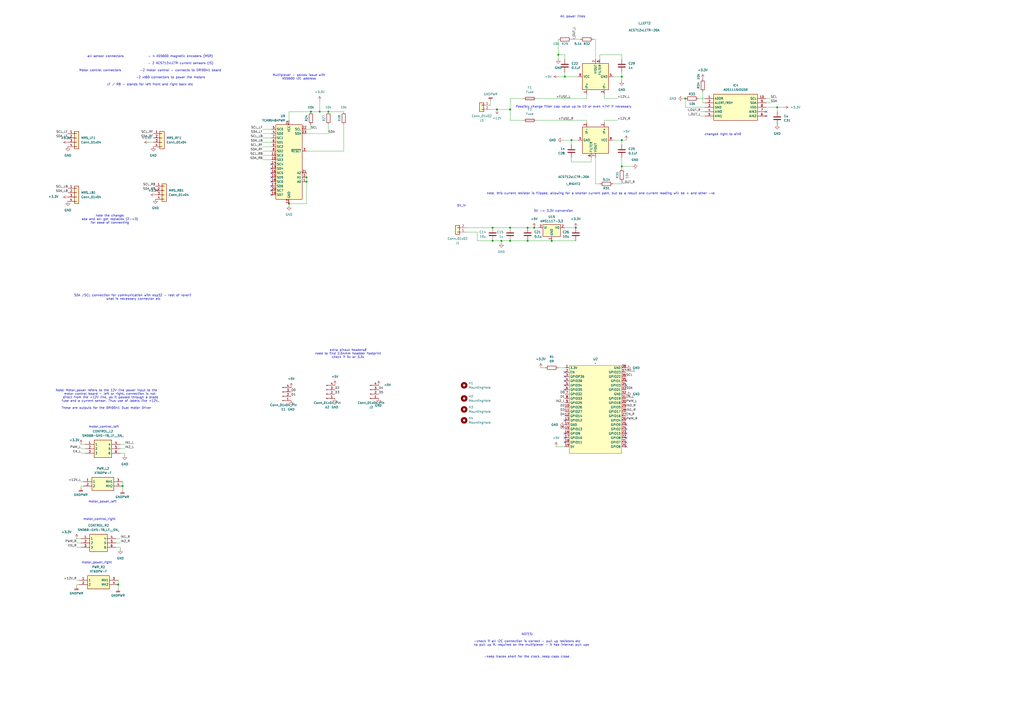
<source format=kicad_sch>
(kicad_sch (version 20250114) (generator "eeschema") (generator_version "9.0")
  (paper "A2")
  (lib_symbols
    (symbol "ADS1115IDGSR:ADS1115IDGSR"
      (property "Reference" "IC" (at 31.75 7.62 0))
      (property "Value" "ADS1115IDGSR" (at 31.75 5.08 0))
      (symbol "ADS1115IDGSR_1_1"
        (pin passive line (at 0 0 0) (length 5.08) (name "ADDR") (number "1"))
        (pin passive line (at 0 -2.54 0) (length 5.08) (name "ALERT/RDY") (number "2"))
        (pin passive line (at 0 -5.08 0) (length 5.08) (name "GND") (number "3"))
        (pin passive line (at 0 -7.62 0) (length 5.08) (name "AIN0") (number "4"))
        (pin passive line (at 0 -10.16 0) (length 5.08) (name "AIN1") (number "5"))
        (pin passive line (at 35.56 0 180) (length 5.08) (name "SCL") (number "10"))
        (pin passive line (at 35.56 -2.54 180) (length 5.08) (name "SDA") (number "9"))
        (pin passive line (at 35.56 -5.08 180) (length 5.08) (name "VDD") (number "8"))
        (pin passive line (at 35.56 -7.62 180) (length 5.08) (name "AIN3") (number "7"))
        (pin passive line (at 35.56 -10.16 180) (length 5.08) (name "AIN2") (number "6"))
      )
    )
    (symbol "Connector:Conn_01x04_Pin" (pin_names (offset 1.016) (hide yes))
      (property "Reference" "J" (at 0 5.08 0))
      (property "Value" "Conn_01x04_Pin" (at 0 -7.62 0))
      (symbol "Conn_01x04_Pin_1_1"
        (pin passive line (at 5.08 2.54 180) (length 3.81) (name "Pin_1") (number "1"))
        (pin passive line (at 5.08 0 180) (length 3.81) (name "Pin_2") (number "2"))
        (pin passive line (at 5.08 -2.54 180) (length 3.81) (name "Pin_3") (number "3"))
        (pin passive line (at 5.08 -5.08 180) (length 3.81) (name "Pin_4") (number "4"))
      )
    )
    (symbol "Connector_Generic:Conn_01x02" (pin_names (offset 1.016) (hide yes))
      (property "Reference" "J" (at 0 2.54 0))
      (property "Value" "Conn_01x02" (at 0 -5.08 0))
      (symbol "Conn_01x02_1_1"
        (pin passive line (at -5.08 0 0) (length 3.81) (name "Pin_1") (number "1"))
        (pin passive line (at -5.08 -2.54 0) (length 3.81) (name "Pin_2") (number "2"))
      )
    )
    (symbol "Connector_Generic:Conn_01x04" (pin_names (offset 1.016) (hide yes))
      (property "Reference" "J" (at 0 5.08 0))
      (property "Value" "Conn_01x04" (at 0 -7.62 0))
      (symbol "Conn_01x04_1_1"
        (pin passive line (at -5.08 2.54 0) (length 3.81) (name "Pin_1") (number "1"))
        (pin passive line (at -5.08 0 0) (length 3.81) (name "Pin_2") (number "2"))
        (pin passive line (at -5.08 -2.54 0) (length 3.81) (name "Pin_3") (number "3"))
        (pin passive line (at -5.08 -5.08 0) (length 3.81) (name "Pin_4") (number "4"))
      )
    )
    (symbol "Device:C" (pin_numbers (hide yes)) (pin_names (offset 0.254))
      (property "Reference" "C" (at 0.635 2.54 0))
      (property "Value" "C" (at 0.635 -2.54 0))
      (symbol "C_1_1"
        (pin passive line (at 0 3.81 270) (length 2.794) (name "~") (number "1"))
        (pin passive line (at 0 -3.81 90) (length 2.794) (name "~") (number "2"))
      )
    )
    (symbol "Device:Fuse" (pin_numbers (hide yes)) (pin_names (offset 0))
      (property "Reference" "F" (at 2.032 0 90))
      (property "Value" "Fuse" (at -1.905 0 90))
      (symbol "Fuse_1_1"
        (pin passive line (at 0 3.81 270) (length 1.27) (name "~") (number "1"))
        (pin passive line (at 0 -3.81 90) (length 1.27) (name "~") (number "2"))
      )
    )
    (symbol "Device:R" (pin_numbers (hide yes)) (pin_names (offset 0))
      (property "Reference" "R" (at 2.032 0 90))
      (property "Value" "R" (at 0 0 90))
      (symbol "R_1_1"
        (pin passive line (at 0 3.81 270) (length 1.27) (name "~") (number "1"))
        (pin passive line (at 0 -3.81 90) (length 1.27) (name "~") (number "2"))
      )
    )
    (symbol "ESP32-CP2102:ESP32-CP2102"
      (property "Reference" "U" (at 0 0 0))
      (symbol "ESP32-CP2102_1_1"
        (pin power_in line (at -2.54 49.53 0) (length 2.54) (name "3.3V") (number "1"))
        (pin input line (at -2.54 46.99 0) (length 2.54) (name "EN") (number "2"))
        (pin bidirectional line (at -2.54 44.45 0) (length 2.54) (name "GPIOP36") (number "3"))
        (pin bidirectional line (at -2.54 41.91 0) (length 2.54) (name "GPIO39") (number "4"))
        (pin bidirectional line (at -2.54 39.37 0) (length 2.54) (name "GPIO34") (number "5"))
        (pin bidirectional line (at -2.54 36.83 0) (length 2.54) (name "GPIO35") (number "6"))
        (pin bidirectional line (at -2.54 34.29 0) (length 2.54) (name "GPIO32") (number "7"))
        (pin bidirectional line (at -2.54 31.75 0) (length 2.54) (name "GPIO33") (number "8"))
        (pin bidirectional line (at -2.54 29.21 0) (length 2.54) (name "GPIO25") (number "9"))
        (pin bidirectional line (at -2.54 26.67 0) (length 2.54) (name "GPIO26") (number "10"))
        (pin bidirectional line (at -2.54 24.13 0) (length 2.54) (name "GPIO27") (number "11"))
        (pin bidirectional line (at -2.54 21.59 0) (length 2.54) (name "GPIO14") (number "12"))
        (pin bidirectional line (at -2.54 19.05 0) (length 2.54) (name "GPIO12") (number "13"))
        (pin unspecified line (at -2.54 16.51 0) (length 2.54) (name "GND") (number "14"))
        (pin bidirectional line (at -2.54 13.97 0) (length 2.54) (name "GPIO13") (number "15"))
        (pin bidirectional line (at -2.54 11.43 0) (length 2.54) (name "GPIO9") (number "16"))
        (pin bidirectional line (at -2.54 8.89 0) (length 2.54) (name "GPIO10") (number "17"))
        (pin bidirectional line (at -2.54 6.35 0) (length 2.54) (name "GPIO11") (number "18"))
        (pin power_in line (at -2.54 3.81 0) (length 2.54) (name "5V") (number "19"))
        (pin power_in line (at 33.02 49.53 180) (length 2.54) (name "GND") (number "38"))
        (pin bidirectional line (at 33.02 46.99 180) (length 2.54) (name "GPIO23") (number "37"))
        (pin bidirectional line (at 33.02 44.45 180) (length 2.54) (name "GPIO22") (number "36"))
        (pin bidirectional line (at 33.02 41.91 180) (length 2.54) (name "GPIO1") (number "35"))
        (pin bidirectional line (at 33.02 39.37 180) (length 2.54) (name "GPIO3") (number "34"))
        (pin bidirectional line (at 33.02 36.83 180) (length 2.54) (name "GPIO21") (number "33"))
        (pin power_in line (at 33.02 34.29 180) (length 2.54) (name "GND") (number "32"))
        (pin bidirectional line (at 33.02 31.75 180) (length 2.54) (name "GPIO19") (number "31"))
        (pin bidirectional line (at 33.02 29.21 180) (length 2.54) (name "GPIO18") (number "30"))
        (pin bidirectional line (at 33.02 26.67 180) (length 2.54) (name "GPIO5") (number "29"))
        (pin bidirectional line (at 33.02 24.13 180) (length 2.54) (name "GPIO17") (number "28"))
        (pin bidirectional line (at 33.02 21.59 180) (length 2.54) (name "GPIO16") (number "27"))
        (pin bidirectional line (at 33.02 19.05 180) (length 2.54) (name "GPIO4") (number "26"))
        (pin bidirectional line (at 33.02 16.51 180) (length 2.54) (name "GPIO0") (number "25"))
        (pin bidirectional line (at 33.02 13.97 180) (length 2.54) (name "GPIO2") (number "24"))
        (pin bidirectional line (at 33.02 11.43 180) (length 2.54) (name "GPIO15") (number "23"))
        (pin bidirectional line (at 33.02 8.89 180) (length 2.54) (name "GPIO8") (number "22"))
        (pin bidirectional line (at 33.02 6.35 180) (length 2.54) (name "GPIO7") (number "21"))
        (pin bidirectional line (at 33.02 3.81 180) (length 2.54) (name "GPIO6") (number "20"))
      )
    )
    (symbol "Interface_Expansion:TCA9548APWR"
      (property "Reference" "U" (at -7.62 21.59 0))
      (property "Value" "TCA9548APWR" (at 1.016 21.59 0))
      (symbol "TCA9548APWR_1_1"
        (pin input line (at -10.16 17.78 0) (length 2.54) (name "SCL") (number "22"))
        (pin bidirectional line (at -10.16 15.24 0) (length 2.54) (name "SDA") (number "23"))
        (pin input line (at -10.16 5.08 0) (length 2.54) (name "~{RESET}") (number "3"))
        (pin input line (at -10.16 -7.62 0) (length 2.54) (name "A2") (number "21"))
        (pin input line (at -10.16 -10.16 0) (length 2.54) (name "A1") (number "2"))
        (pin input line (at -10.16 -12.7 0) (length 2.54) (name "A0") (number "1"))
        (pin power_in line (at 0 22.86 270) (length 2.54) (name "VCC") (number "24"))
        (pin power_in line (at 0 -25.4 90) (length 2.54) (name "GND") (number "12"))
        (pin output line (at 10.16 17.78 180) (length 2.54) (name "SC0") (number "5"))
        (pin bidirectional line (at 10.16 15.24 180) (length 2.54) (name "SD0") (number "4"))
        (pin output line (at 10.16 12.7 180) (length 2.54) (name "SC1") (number "7"))
        (pin bidirectional line (at 10.16 10.16 180) (length 2.54) (name "SD1") (number "6"))
        (pin output line (at 10.16 7.62 180) (length 2.54) (name "SC2") (number "9"))
        (pin bidirectional line (at 10.16 5.08 180) (length 2.54) (name "SD2") (number "8"))
        (pin output line (at 10.16 2.54 180) (length 2.54) (name "SC3") (number "11"))
        (pin bidirectional line (at 10.16 0 180) (length 2.54) (name "SD3") (number "10"))
        (pin output line (at 10.16 -2.54 180) (length 2.54) (name "SC4") (number "14"))
        (pin bidirectional line (at 10.16 -5.08 180) (length 2.54) (name "SD4") (number "13"))
        (pin output line (at 10.16 -7.62 180) (length 2.54) (name "SC5") (number "16"))
        (pin bidirectional line (at 10.16 -10.16 180) (length 2.54) (name "SD5") (number "15"))
        (pin output line (at 10.16 -12.7 180) (length 2.54) (name "SC6") (number "18"))
        (pin bidirectional line (at 10.16 -15.24 180) (length 2.54) (name "SD6") (number "17"))
        (pin output line (at 10.16 -17.78 180) (length 2.54) (name "SC7") (number "20"))
        (pin bidirectional line (at 10.16 -20.32 180) (length 2.54) (name "SD7") (number "19"))
      )
    )
    (symbol "Mechanical:MountingHole" (pin_names (offset 1.016)) (exclude_from_sim yes) (in_bom no)
      (property "Reference" "H" (at 0 5.08 0))
      (property "Value" "MountingHole" (at 0 3.175 0))
    )
    (symbol "Regulator_Linear:AMS1117-3.3"
      (property "Reference" "U" (at -3.81 3.175 0))
      (property "Value" "AMS1117-3.3" (at 0 3.175 0))
      (symbol "AMS1117-3.3_1_1"
        (pin power_in line (at -7.62 0 0) (length 2.54) (name "VI") (number "3"))
        (pin power_in line (at 0 -7.62 90) (length 2.54) (name "GND") (number "1"))
        (pin power_out line (at 7.62 0 180) (length 2.54) (name "VO") (number "2"))
      )
    )
    (symbol "SM06B-GHS-TB_LF__SN_:SM06B-GHS-TB_LF__SN_"
      (property "Reference" "J" (at 16.51 7.62 0))
      (property "Value" "SM06B-GHS-TB_LF__SN_" (at 16.51 5.08 0))
      (symbol "SM06B-GHS-TB_LF__SN__1_1"
        (pin passive line (at 0 0 0) (length 5.08) (name "1") (number "1"))
        (pin passive line (at 0 -2.54 0) (length 5.08) (name "2") (number "2"))
        (pin passive line (at 0 -5.08 0) (length 5.08) (name "3") (number "3"))
        (pin passive line (at 20.32 0 180) (length 5.08) (name "4") (number "4"))
        (pin passive line (at 20.32 -2.54 180) (length 5.08) (name "5") (number "5"))
        (pin passive line (at 20.32 -5.08 180) (length 5.08) (name "6") (number "6"))
      )
    )
    (symbol "Sensor_Current:ACS712xLCTR-20A"
      (property "Reference" "U" (at 2.54 11.43 0))
      (property "Value" "ACS712xLCTR-20A" (at 2.54 8.89 0))
      (symbol "ACS712xLCTR-20A_1_1"
        (pin passive line (at -10.16 5.08 0) (length 2.54) (name "IP+") (number "1"))
        (pin passive line (at -10.16 5.08 0) (length 2.54) (hide yes) (name "IP+") (number "2"))
        (pin passive line (at -10.16 -5.08 0) (length 2.54) (name "IP-") (number "3"))
        (pin passive line (at -10.16 -5.08 0) (length 2.54) (hide yes) (name "IP-") (number "4"))
        (pin power_in line (at 0 10.16 270) (length 2.54) (name "VCC") (number "8"))
        (pin power_in line (at 0 -10.16 90) (length 2.54) (name "GND") (number "5"))
        (pin output line (at 10.16 0 180) (length 2.54) (name "VIOUT") (number "7"))
        (pin passive line (at 10.16 -2.54 180) (length 2.54) (name "FILTER") (number "6"))
      )
    )
    (symbol "XT60PW-F:XT60PW-F"
      (property "Reference" "J" (at 19.05 7.62 0))
      (property "Value" "XT60PW-F" (at 19.05 5.08 0))
      (symbol "XT60PW-F_1_1"
        (pin passive line (at 0 0 0) (length 5.08) (name "1") (number "1"))
        (pin passive line (at 0 -2.54 0) (length 5.08) (name "2") (number "2"))
        (pin passive line (at 22.86 0 180) (length 5.08) (name "MH1") (number "3"))
        (pin passive line (at 22.86 -2.54 180) (length 5.08) (name "MH2") (number "4"))
      )
    )
    (symbol "power:+12V" (power) (pin_numbers (hide yes)) (pin_names (offset 0) (hide yes))
      (property "Value" "+12V" (at 0 3.556 0))
      (symbol "+12V_1_1"
        (pin power_in line (at 0 0 90) (length 0) (name "~") (number "1"))
      )
    )
    (symbol "power:+3.3V" (power) (pin_numbers (hide yes)) (pin_names (offset 0) (hide yes))
      (property "Value" "+3.3V" (at 0 3.556 0))
      (symbol "+3.3V_1_1"
        (pin power_in line (at 0 0 90) (length 0) (name "~") (number "1"))
      )
    )
    (symbol "power:+5V" (power) (pin_numbers (hide yes)) (pin_names (offset 0) (hide yes))
      (property "Value" "+5V" (at 0 3.556 0))
      (symbol "+5V_1_1"
        (pin power_in line (at 0 0 90) (length 0) (name "~") (number "1"))
      )
    )
    (symbol "power:GND" (power) (pin_numbers (hide yes)) (pin_names (offset 0) (hide yes))
      (property "Value" "GND" (at 0 -3.81 0))
      (symbol "GND_1_1"
        (pin power_in line (at 0 0 270) (length 0) (name "~") (number "1"))
      )
    )
    (symbol "power:GNDPWR" (power) (pin_numbers (hide yes)) (pin_names (offset 0) (hide yes))
      (property "Value" "GNDPWR" (at 0 -3.302 0))
      (symbol "GNDPWR_1_1"
        (pin power_in line (at 0 0 270) (length 0) (name "~") (number "1"))
      )
    )
  )
  (text "NOTES:\n\n-check if all I2C connection is correct - pull up resistors etc\n	no pull up R. required on the multiplexer - it has internal pull ups\n\n" (at 305.816 372.11 0) (effects (font (size 1.27 1.27))))
  (text "motor_control_left\n" (at 60.198 247.65 0) (effects (font (size 1.27 1.27))))
  (text "note, this current resistor is flipped, allowing for a shorter current path, but as a result one current reading will be + and other -ve\n" (at 348.488 112.268 0) (effects (font (size 1.27 1.27))))
  (text "Multiplexer - solves issue with\nAS5600 I2C address\n" (at 173.482 44.704 0) (effects (font (size 1.27 1.27))))
  (text "motor_power_left" (at 59.436 291.084 0) (effects (font (size 1.27 1.27))))
  (text "5V_in" (at 267.716 119.38 0) (effects (font (size 1.27 1.27))))
  (text "changed right to ain0\n" (at 419.354 77.978 0) (effects (font (size 1.27 1.27))))
  (text "all sensor connectors		- 4 AS5600 magnetic encoders (MSR)\n							\n							- 2 ACS712xLCTR current sensors (IS)\n\nMotor control connectors	-2 motor control - connects to DRI0041 board\n							\n							-2 xt60 connectors to power the motors 	 \n\nLF / RB - stands for left front and right back etc\n" (at 87.122 40.894 0) (effects (font (size 1.27 1.27))))
  (text "SDA /SCL connection for communication with esp32 - rest of rover?\n what is necessary connector etc" (at 76.962 172.466 0) (effects (font (size 1.27 1.27))))
  (text "extra pinout headers#\nneed to find 2.54mm headder footprint\ncheck if 5v or 3.3v\n" (at 201.93 205.232 0) (effects (font (size 1.27 1.27))))
  (text "\n-keep traces short for the clock, keep caps close\n" (at 305.562 379.984 0) (effects (font (size 1.27 1.27))))
  (text "motor_power_right" (at 56.134 326.39 0) (effects (font (size 1.27 1.27))))
  (text "note the change:\nsda and scl got replaces (2->3)\nfor ease of connecting\n" (at 63.754 127.254 0) (effects (font (size 1.27 1.27))))
  (text "5V -> 3.3V conversion\n" (at 321.056 122.428 0) (effects (font (size 1.27 1.27))))
  (text "Note: Motor_power refers to the 12V line power input to the\n	motor control board - left or right. connection is not \n	direct from the +12V line, as it passed through a blade\n	fuse and a current sensor, Thus use of labels like +12V_\n\nThese are outputs for the DRI0041 Dual motor Driver\n" (at 61.722 231.648 0) (effects (font (size 1.27 1.27))))
  (text "Possibly change filter cap value up to 10 or even 47nf if necessary\n" (at 332.74 61.976 0) (effects (font (size 1.27 1.27))))
  (text "motor_control_right\n\n" (at 57.658 302.26 0) (effects (font (size 1.27 1.27))))
  (text "All power lines\n" (at 332.232 9.652 0) (effects (font (size 1.27 1.27))))
  (junction (at 360.68 81.28))
  (junction (at 327.66 44.45))
  (junction (at 331.47 81.28))
  (junction (at 288.29 63.5))
  (junction (at 295.91 63.5))
  (junction (at 177.8 102.87))
  (junction (at 360.68 44.45))
  (junction (at 360.68 96.52))
  (junction (at 180.34 64.77))
  (junction (at 334.01 132.08))
  (junction (at 68.58 339.09))
  (junction (at 185.42 64.77))
  (junction (at 450.85 62.23))
  (junction (at 320.04 139.7))
  (junction (at 285.75 132.08))
  (junction (at 177.8 105.41))
  (junction (at 190.5 64.77))
  (junction (at 323.85 31.75))
  (junction (at 309.88 132.08))
  (junction (at 295.91 139.7))
  (junction (at 295.91 132.08))
  (junction (at 306.07 132.08))
  (junction (at 167.64 118.11))
  (junction (at 290.83 139.7))
  (junction (at 306.07 139.7))
  (junction (at 71.12 281.94))
  (junction (at 397.51 57.15))
  (junction (at 285.75 139.7))
  (no_connect (at 363.22 254))
  (no_connect (at 327.66 223.52))
  (no_connect (at 157.48 97.79))
  (no_connect (at 363.22 220.98))
  (no_connect (at 363.22 223.52))
  (no_connect (at 363.22 246.38))
  (no_connect (at 327.66 218.44))
  (no_connect (at 157.48 102.87))
  (no_connect (at 444.5 64.77))
  (no_connect (at 363.22 256.54))
  (no_connect (at 327.66 215.9))
  (no_connect (at 327.66 254))
  (no_connect (at 327.66 226.06))
  (no_connect (at 327.66 251.46))
  (no_connect (at 157.48 107.95))
  (no_connect (at 157.48 95.25))
  (no_connect (at 363.22 251.46))
  (no_connect (at 444.5 67.31))
  (no_connect (at 327.66 256.54))
  (no_connect (at 157.48 113.03))
  (no_connect (at 363.22 259.08))
  (no_connect (at 363.22 248.92))
  (no_connect (at 157.48 110.49))
  (no_connect (at 157.48 100.33))
  (no_connect (at 327.66 243.84))
  (no_connect (at 157.48 105.41))
  (no_connect (at 327.66 220.98))
  (wire (pts (xy 46.99 260.35) (xy 49.53 260.35)))
  (wire (pts (xy 347.98 31.75) (xy 360.68 31.75)))
  (wire (pts (xy 295.91 57.15) (xy 295.91 63.5)))
  (wire (pts (xy 152.4 77.47) (xy 157.48 77.47)))
  (wire (pts (xy 406.4 64.77) (xy 408.94 64.77)))
  (wire (pts (xy 342.9 91.44) (xy 342.9 93.98)))
  (wire (pts (xy 86.36 82.55) (xy 88.9 82.55)))
  (wire (pts (xy 295.91 139.7) (xy 306.07 139.7)))
  (wire (pts (xy 152.4 85.09) (xy 157.48 85.09)))
  (wire (pts (xy 177.8 87.63) (xy 199.39 87.63)))
  (wire (pts (xy 311.15 69.85) (xy 340.36 69.85)))
  (wire (pts (xy 327.66 31.75) (xy 327.66 34.29)))
  (wire (pts (xy 322.58 259.08) (xy 327.66 259.08)))
  (wire (pts (xy 358.14 69.85) (xy 350.52 69.85)))
  (wire (pts (xy 290.83 139.7) (xy 285.75 139.7)))
  (wire (pts (xy 46.99 262.89) (xy 49.53 262.89)))
  (wire (pts (xy 167.64 64.77) (xy 180.34 64.77)))
  (wire (pts (xy 190.5 72.39) (xy 190.5 77.47)))
  (wire (pts (xy 72.39 262.89) (xy 69.85 262.89)))
  (wire (pts (xy 72.39 264.16) (xy 72.39 262.89)))
  (wire (pts (xy 360.68 83.82) (xy 360.68 81.28)))
  (wire (pts (xy 295.91 57.15) (xy 303.53 57.15)))
  (wire (pts (xy 397.51 62.23) (xy 397.51 57.15)))
  (wire (pts (xy 69.85 257.81) (xy 72.39 257.81)))
  (wire (pts (xy 360.68 91.44) (xy 360.68 96.52)))
  (wire (pts (xy 397.51 62.23) (xy 408.94 62.23)))
  (wire (pts (xy 327.66 41.91) (xy 327.66 44.45)))
  (wire (pts (xy 396.24 57.15) (xy 397.51 57.15)))
  (wire (pts (xy 323.85 22.86) (xy 323.85 31.75)))
  (wire (pts (xy 167.64 118.11) (xy 177.8 118.11)))
  (wire (pts (xy 295.91 132.08) (xy 285.75 132.08)))
  (wire (pts (xy 152.4 87.63) (xy 157.48 87.63)))
  (wire (pts (xy 336.55 22.86) (xy 331.47 22.86)))
  (wire (pts (xy 320.04 139.7) (xy 334.01 139.7)))
  (wire (pts (xy 306.07 132.08) (xy 309.88 132.08)))
  (wire (pts (xy 295.91 69.85) (xy 303.53 69.85)))
  (wire (pts (xy 152.4 90.17) (xy 157.48 90.17)))
  (wire (pts (xy 345.44 22.86) (xy 345.44 34.29)))
  (wire (pts (xy 177.8 74.93) (xy 180.34 74.93)))
  (wire (pts (xy 444.5 57.15) (xy 447.04 57.15)))
  (wire (pts (xy 276.86 139.7) (xy 285.75 139.7)))
  (wire (pts (xy 67.31 312.42) (xy 69.85 312.42)))
  (wire (pts (xy 177.8 102.87) (xy 177.8 100.33)))
  (wire (pts (xy 284.48 63.5) (xy 288.29 63.5)))
  (wire (pts (xy 327.66 44.45) (xy 335.28 44.45)))
  (wire (pts (xy 295.91 63.5) (xy 288.29 63.5)))
  (wire (pts (xy 327.66 132.08) (xy 334.01 132.08)))
  (wire (pts (xy 177.8 77.47) (xy 190.5 77.47)))
  (wire (pts (xy 350.52 69.85) (xy 350.52 71.12)))
  (wire (pts (xy 360.68 105.41) (xy 360.68 106.68)))
  (wire (pts (xy 295.91 69.85) (xy 295.91 63.5)))
  (wire (pts (xy 444.5 59.69) (xy 447.04 59.69)))
  (wire (pts (xy 44.45 314.96) (xy 46.99 314.96)))
  (wire (pts (xy 444.5 62.23) (xy 450.85 62.23)))
  (wire (pts (xy 360.68 31.75) (xy 360.68 34.29)))
  (wire (pts (xy 46.99 279.4) (xy 48.26 279.4)))
  (wire (pts (xy 185.42 58.42) (xy 185.42 64.77)))
  (wire (pts (xy 323.85 44.45) (xy 327.66 44.45)))
  (wire (pts (xy 345.44 91.44) (xy 345.44 106.68)))
  (wire (pts (xy 367.03 96.52) (xy 360.68 96.52)))
  (wire (pts (xy 450.85 62.23) (xy 454.66 62.23)))
  (wire (pts (xy 44.45 317.5) (xy 46.99 317.5)))
  (wire (pts (xy 340.36 69.85) (xy 340.36 71.12)))
  (wire (pts (xy 347.98 34.29) (xy 347.98 31.75)))
  (wire (pts (xy 177.8 105.41) (xy 177.8 102.87)))
  (wire (pts (xy 406.4 67.31) (xy 408.94 67.31)))
  (wire (pts (xy 360.68 44.45) (xy 360.68 46.99)))
  (wire (pts (xy 71.12 281.94) (xy 71.12 284.48)))
  (wire (pts (xy 360.68 96.52) (xy 360.68 97.79)))
  (wire (pts (xy 350.52 54.61) (xy 350.52 57.15)))
  (wire (pts (xy 355.6 106.68) (xy 360.68 106.68)))
  (wire (pts (xy 363.22 81.28) (xy 360.68 81.28)))
  (wire (pts (xy 44.45 336.55) (xy 45.72 336.55)))
  (wire (pts (xy 68.58 339.09) (xy 68.58 341.63)))
  (wire (pts (xy 360.68 41.91) (xy 360.68 44.45)))
  (wire (pts (xy 407.67 53.34) (xy 407.67 59.69)))
  (wire (pts (xy 313.69 213.36) (xy 316.23 213.36)))
  (wire (pts (xy 177.8 118.11) (xy 177.8 105.41)))
  (wire (pts (xy 323.85 31.75) (xy 327.66 31.75)))
  (wire (pts (xy 152.4 82.55) (xy 157.48 82.55)))
  (wire (pts (xy 152.4 92.71) (xy 157.48 92.71)))
  (wire (pts (xy 48.26 281.94) (xy 46.99 281.94)))
  (wire (pts (xy 199.39 72.39) (xy 199.39 87.63)))
  (wire (pts (xy 405.13 57.15) (xy 408.94 57.15)))
  (wire (pts (xy 190.5 64.77) (xy 199.39 64.77)))
  (wire (pts (xy 340.36 54.61) (xy 340.36 57.15)))
  (wire (pts (xy 306.07 139.7) (xy 320.04 139.7)))
  (wire (pts (xy 350.52 57.15) (xy 358.14 57.15)))
  (wire (pts (xy 46.99 281.94) (xy 46.99 283.21)))
  (wire (pts (xy 331.47 81.28) (xy 335.28 81.28)))
  (wire (pts (xy 180.34 72.39) (xy 180.34 74.93)))
  (wire (pts (xy 180.34 64.77) (xy 185.42 64.77)))
  (wire (pts (xy 46.99 257.81) (xy 49.53 257.81)))
  (wire (pts (xy 323.85 34.29) (xy 323.85 31.75)))
  (wire (pts (xy 69.85 317.5) (xy 67.31 317.5)))
  (wire (pts (xy 167.64 118.11) (xy 167.64 119.38)))
  (wire (pts (xy 185.42 64.77) (xy 190.5 64.77)))
  (wire (pts (xy 306.07 132.08) (xy 295.91 132.08)))
  (wire (pts (xy 44.45 339.09) (xy 44.45 340.36)))
  (wire (pts (xy 44.45 312.42) (xy 46.99 312.42)))
  (wire (pts (xy 270.51 134.62) (xy 276.86 134.62)))
  (wire (pts (xy 360.68 81.28) (xy 355.6 81.28)))
  (wire (pts (xy 311.15 57.15) (xy 340.36 57.15)))
  (wire (pts (xy 345.44 22.86) (xy 344.17 22.86)))
  (wire (pts (xy 323.85 213.36) (xy 327.66 213.36)))
  (wire (pts (xy 407.67 59.69) (xy 408.94 59.69)))
  (wire (pts (xy 71.12 279.4) (xy 71.12 281.94)))
  (wire (pts (xy 295.91 139.7) (xy 290.83 139.7)))
  (wire (pts (xy 342.9 93.98) (xy 331.47 93.98)))
  (wire (pts (xy 270.51 132.08) (xy 285.75 132.08)))
  (wire (pts (xy 69.85 318.77) (xy 69.85 317.5)))
  (wire (pts (xy 276.86 134.62) (xy 276.86 139.7)))
  (wire (pts (xy 68.58 336.55) (xy 68.58 339.09)))
  (wire (pts (xy 45.72 339.09) (xy 44.45 339.09)))
  (wire (pts (xy 284.48 58.42) (xy 284.48 60.96)))
  (wire (pts (xy 331.47 93.98) (xy 331.47 91.44)))
  (wire (pts (xy 152.4 74.93) (xy 157.48 74.93)))
  (wire (pts (xy 290.83 139.7) (xy 290.83 140.97)))
  (wire (pts (xy 67.31 314.96) (xy 69.85 314.96)))
  (wire (pts (xy 152.4 80.01) (xy 157.48 80.01)))
  (wire (pts (xy 331.47 83.82) (xy 331.47 81.28)))
  (wire (pts (xy 309.88 132.08) (xy 312.42 132.08)))
  (wire (pts (xy 450.85 62.23) (xy 450.85 64.77)))
  (wire (pts (xy 347.98 106.68) (xy 345.44 106.68)))
  (wire (pts (xy 331.47 81.28) (xy 326.39 81.28)))
  (wire (pts (xy 69.85 260.35) (xy 72.39 260.35)))
  (wire (pts (xy 167.64 64.77) (xy 167.64 69.85)))
  (wire (pts (xy 360.68 44.45) (xy 355.6 44.45)))
  (label "EN_L" (at 46.99 262.89 180))
  (label "SDA" (at 363.22 226.06 0))
  (label "PWM_L" (at 46.99 260.35 180))
  (label "+FUSE_L" (at 322.58 57.15 0))
  (label "IN2_R" (at 69.85 314.96 0))
  (label "SDA_RF" (at 152.4 87.63 180))
  (label "SDA" (at 447.04 59.69 0))
  (label "SCL_RB" (at 152.4 90.17 180))
  (label "IN1_R" (at 69.85 312.42 0))
  (label "IN1_L" (at 72.39 257.81 0))
  (label "D1" (at 168.91 229.87 0))
  (label "SDA" (at 190.5 77.47 0))
  (label "IN1_L" (at 363.22 215.9 0))
  (label "D3" (at 194.31 228.6 0))
  (label "+12V_L" (at 46.99 279.4 180))
  (label "SDA_RB" (at 90.17 110.49 180))
  (label "D5" (at 327.66 248.92 180))
  (label "+FUSE_R" (at 323.85 69.85 0))
  (label "I_OUT_R" (at 406.4 64.77 180))
  (label "I_OUT_L" (at 406.4 67.31 180))
  (label "SCL" (at 447.04 57.15 0))
  (label "+12V_L" (at 358.14 57.15 0))
  (label "SDA_RB" (at 152.4 92.71 180))
  (label "I_OUT_L" (at 334.01 22.86 90))
  (label "EN_R" (at 363.22 241.3 0))
  (label "IN2_R" (at 363.22 236.22 0))
  (label "SCL_LF" (at 39.37 77.47 180))
  (label "IN2_L" (at 72.39 260.35 0))
  (label "D4" (at 327.66 241.3 180))
  (label "PWM_R" (at 44.45 314.96 180))
  (label "PWM_R" (at 363.22 243.84 0))
  (label "+12V_R" (at 358.14 69.85 0))
  (label "IN1_R" (at 363.22 238.76 0))
  (label "D0" (at 168.91 227.33 0))
  (label "D2" (at 327.66 236.22 180))
  (label "SCL_RF" (at 88.9 77.47 180))
  (label "D5" (at 219.71 228.6 0))
  (label "EN_L" (at 363.22 231.14 0))
  (label "D0" (at 327.66 228.6 180))
  (label "SCL_RB" (at 90.17 107.95 180))
  (label "EN_R" (at 44.45 317.5 180))
  (label "D3" (at 327.66 238.76 180))
  (label "SDA_LF" (at 152.4 77.47 180))
  (label "SDA_RF" (at 88.9 80.01 180))
  (label "IN2_L" (at 327.66 233.68 180))
  (label "SCL" (at 180.34 74.93 0))
  (label "D1" (at 327.66 231.14 180))
  (label "+12V_R" (at 44.45 336.55 180))
  (label "SCL_LB" (at 152.4 80.01 180))
  (label "D4" (at 219.71 226.06 0))
  (label "PWM_L" (at 363.22 233.68 0))
  (label "I_OUT_R" (at 360.68 106.68 0))
  (label "SCL_LF" (at 152.4 74.93 180))
  (label "SDA_LF" (at 39.37 80.01 180))
  (label "SDA_LB" (at 152.4 82.55 180))
  (label "SCL_RF" (at 152.4 85.09 180))
  (label "SCL_LB" (at 39.37 109.22 180))
  (label "SCL" (at 363.22 218.44 0))
  (label "D2" (at 194.31 226.06 0))
  (label "SDA_LB" (at 39.37 111.76 180))
  (symbol (lib_id "Connector:Conn_01x04_Pin") (at 163.83 229.87 0) (mirror x) (unit 1)
    (property "Reference" "E1" (at 164.465 237.49 0))
    (property "Value" "Conn_01x04_Pin" (at 164.465 234.95 0))
    (property "Footprint" "Connector_PinHeader_2.54mm:PinHeader_1x04_P2.54mm_Vertical" (effects (hide yes)))
    (property "Description" "Generic connector, single row, 01x04, script generated" (effects (hide yes)))
  )
  (symbol (lib_id "power:GND") (at 290.83 140.97 0) (mirror y) (unit 1)
    (property "Reference" "#PWR083" (effects (hide yes)))
    (property "Value" "GND" (at 290.83 146.05 0))
    (property "Description" "Power symbol creates a global label with name \"GND\" , ground" (effects (hide yes)))
  )
  (symbol (lib_id "power:GND") (at 194.31 231.14 0) (unit 1)
    (property "Reference" "#PWR06" (effects (hide yes)))
    (property "Value" "GND" (at 194.31 236.22 0))
    (property "Description" "Power symbol creates a global label with name \"GND\" , ground" (effects (hide yes)))
  )
  (symbol (lib_id "power:+5V") (at 219.71 223.52 0) (unit 1)
    (property "Reference" "#PWR011" (effects (hide yes)))
    (property "Value" "+5V" (at 224.79 223.266 0))
    (property "Description" "Power symbol creates a global label with name \"+5V\"" (effects (hide yes)))
  )
  (symbol (lib_id "power:GNDPWR") (at 46.99 283.21 0) (unit 1)
    (property "Reference" "#PWR030" (effects (hide yes)))
    (property "Value" "GNDPWR" (at 46.863 287.02 0))
    (property "Description" "Power symbol creates a global label with name \"GNDPWR\" , global ground" (effects (hide yes)))
  )
  (symbol (lib_id "power:+3.3V") (at 334.01 132.08 0) (unit 1)
    (property "Reference" "#PWR089" (effects (hide yes)))
    (property "Value" "+3.3V" (at 334.01 127 0))
    (property "Description" "Power symbol creates a global label with name \"+3.3V\"" (effects (hide yes)))
  )
  (symbol (lib_id "power:+3.3V") (at 313.69 213.36 0) (unit 1)
    (property "Reference" "#PWR01" (effects (hide yes)))
    (property "Value" "+3.3V" (at 313.69 208.28 0))
    (property "Description" "Power symbol creates a global label with name \"+3.3V\"" (effects (hide yes)))
  )
  (symbol (lib_id "Device:C") (at 285.75 135.89 0) (mirror y) (unit 1)
    (property "Reference" "C14" (at 281.94 134.6199 0) (effects (justify left)))
    (property "Value" "10u" (at 281.94 137.1599 0) (effects (justify left)))
    (property "Footprint" "Capacitor_SMD:C_0805_2012Metric" (effects (hide yes)))
    (property "Description" "Unpolarized capacitor" (effects (hide yes)))
  )
  (symbol (lib_id "power:+3.3V") (at 185.42 58.42 0) (unit 1)
    (property "Reference" "#PWR079" (effects (hide yes)))
    (property "Value" "+3.3V" (at 185.42 53.34 0))
    (property "Description" "Power symbol creates a global label with name \"+3.3V\"" (effects (hide yes)))
  )
  (symbol (lib_id "Device:R") (at 320.04 213.36 90) (unit 1)
    (property "Reference" "R1" (at 320.04 207.01 90))
    (property "Value" "0R" (at 320.04 209.55 90))
    (property "Footprint" "Resistor_SMD:R_0805_2012Metric" (effects (hide yes)))
    (property "Description" "Resistor" (effects (hide yes)))
  )
  (symbol (lib_id "power:+3.3V") (at 90.17 113.03 90) (unit 1)
    (property "Reference" "#PWR076" (effects (hide yes)))
    (property "Value" "+3.3V" (at 88.9 110.49 90))
    (property "Description" "Power symbol creates a global label with name \"+3.3V\"" (effects (hide yes)))
  )
  (symbol (lib_id "Connector_Generic:Conn_01x04") (at 95.25 110.49 0) (unit 1)
    (property "Reference" "MRS_RB1" (at 97.79 110.4899 0) (effects (justify left)))
    (property "Value" "Conn_01x04" (at 97.79 113.0299 0) (effects (justify left)))
    (property "Footprint" "Connector_JST:JST_GH_BM04B-GHS-TBT_1x04-1MP_P1.25mm_Vertical" (effects (hide yes)))
    (property "Description" "Generic connector, single row, 01x04, script generated (kicad-library-utils/schlib/autogen/connector/)" (effects (hide yes)))
  )
  (symbol (lib_id "power:+3.3V") (at 46.99 257.81 0) (unit 1)
    (property "Reference" "#PWR0105" (effects (hide yes)))
    (property "Value" "+3.3V" (at 43.18 255.27 0))
    (property "Description" "Power symbol creates a global label with name \"+3.3V\"" (effects (hide yes)))
  )
  (symbol (lib_id "Connector_Generic:Conn_01x02") (at 279.4 60.96 0) (mirror y) (unit 1)
    (property "Reference" "J3" (at 279.4 69.85 0))
    (property "Value" "Conn_01x02" (at 279.4 67.31 0))
    (property "Footprint" "Connector_AMASS:AMASS_XT60PW-M_1x02_P7.20mm_Horizontal" (effects (hide yes)))
    (property "Description" "Generic connector, single row, 01x02, script generated (kicad-library-utils/schlib/autogen/connector/)" (effects (hide yes)))
  )
  (symbol (lib_id "power:GND") (at 72.39 264.16 0) (unit 1)
    (property "Reference" "#PWR02" (effects (hide yes)))
    (property "Value" "GND" (at 72.39 269.24 0))
    (property "Description" "Power symbol creates a global label with name \"GND\" , ground" (effects (hide yes)))
  )
  (symbol (lib_id "Device:C") (at 334.01 135.89 0) (mirror y) (unit 1)
    (property "Reference" "C26" (at 330.2 134.6199 0) (effects (justify left)))
    (property "Value" "10u" (at 330.2 137.1599 0) (effects (justify left)))
    (property "Footprint" "Capacitor_SMD:C_0805_2012Metric" (effects (hide yes)))
    (property "Description" "Unpolarized capacitor" (effects (hide yes)))
  )
  (symbol (lib_id "power:GND") (at 450.85 72.39 0) (unit 1)
    (property "Reference" "#PWR0100" (effects (hide yes)))
    (property "Value" "GND" (at 450.85 77.47 0))
    (property "Description" "Power symbol creates a global label with name \"GND\" , ground" (effects (hide yes)))
  )
  (symbol (lib_id "Device:R") (at 180.34 68.58 0) (unit 1)
    (property "Reference" "R24" (at 177.8 68.58 90))
    (property "Value" "10k" (at 180.34 62.23 0))
    (property "Footprint" "Resistor_SMD:R_0805_2012Metric" (effects (hide yes)))
    (property "Description" "Resistor" (effects (hide yes)))
  )
  (symbol (lib_id "SM06B-GHS-TB_LF__SN_:SM06B-GHS-TB_LF__SN_") (at 49.53 257.81 0) (unit 1)
    (property "Reference" "CONTROL_L2" (at 59.69 250.19 0))
    (property "Value" "SM06B-GHS-TB_LF__SN_" (at 59.69 252.73 0))
    (property "Footprint" "local:SM06B-GHS-TB" (effects (hide yes)))
    (property "Datasheet" "https://datasheet.datasheetarchive.com/originals/distributors/Datasheets_SAMA/e4ef010dc292ea31091454f6c0afb63a.pdf" (effects (hide yes)))
    (property "Description" "GH 1.25mm header side entry 6 way JST GH Series, 1.25mm Pitch 6 Way Right Angle PCB Header, Solder Termination, 1A" (effects (hide yes)))
    (property "Manufacturer_Name" "JST (JAPAN SOLDERLESS TERMINALS)" (effects (hide yes)))
    (property "Manufacturer_Part_Number" "SM06B-GHS-TB(LF)(SN)" (effects (hide yes)))
    (property "Mouser Part Number" "306-SM06BGHSTBLFSN" (effects (hide yes)))
    (property "Mouser Price/Stock" "https://www.mouser.co.uk/ProductDetail/JST-Commercial/SM06B-GHS-TBLFSN?qs=dbcCsuKDzFVtzW8gaymizQ%3D%3D" (effects (hide yes)))
    (property "Arrow Part Number" "SM06B-GHS-TB(LF)(SN)" (effects (hide yes)))
    (property "Arrow Price/Stock" "https://www.arrow.com/en/products/sm06b-ghs-tb-lf-sn/jst-manufacturing" (effects (hide yes)))
  )
  (symbol (lib_id "power:GND") (at 168.91 232.41 0) (unit 1)
    (property "Reference" "#PWR09" (effects (hide yes)))
    (property "Value" "GND" (at 168.91 237.49 0))
    (property "Description" "Power symbol creates a global label with name \"GND\" , ground" (effects (hide yes)))
  )
  (symbol (lib_id "power:+5V") (at 323.85 44.45 90) (unit 1)
    (property "Reference" "#PWR086" (effects (hide yes)))
    (property "Value" "+5V" (at 320.04 44.4499 90) (effects (justify left)))
    (property "Description" "Power symbol creates a global label with name \"+5V\"" (effects (hide yes)))
  )
  (symbol (lib_id "Mechanical:MountingHole") (at 269.24 237.49 0) (unit 1) (exclude_from_sim yes) (in_bom no)
    (property "Reference" "H3" (at 271.78 236.2199 0) (effects (justify left)))
    (property "Value" "MountingHole" (at 271.78 238.7599 0) (effects (justify left)))
    (property "Footprint" "MountingHole:MountingHole_3.2mm_M3_Pad_TopBottom" (effects (hide yes)))
    (property "Description" "Mounting Hole without connection" (effects (hide yes)))
  )
  (symbol (lib_id "power:+3.3V") (at 39.37 114.3 90) (unit 1)
    (property "Reference" "#PWR0101" (effects (hide yes)))
    (property "Value" "+3.3V" (at 30.988 114.046 90))
    (property "Description" "Power symbol creates a global label with name \"+3.3V\"" (effects (hide yes)))
  )
  (symbol (lib_id "power:GND") (at 219.71 231.14 0) (unit 1)
    (property "Reference" "#PWR08" (effects (hide yes)))
    (property "Value" "GND" (at 219.456 235.204 0))
    (property "Description" "Power symbol creates a global label with name \"GND\" , ground" (effects (hide yes)))
  )
  (symbol (lib_id "Mechanical:MountingHole") (at 269.24 231.14 0) (unit 1) (exclude_from_sim yes) (in_bom no)
    (property "Reference" "H2" (at 271.78 229.8699 0) (effects (justify left)))
    (property "Value" "MountingHole" (at 271.78 232.4099 0) (effects (justify left)))
    (property "Footprint" "MountingHole:MountingHole_3.2mm_M3_Pad_TopBottom" (effects (hide yes)))
    (property "Description" "Mounting Hole without connection" (effects (hide yes)))
  )
  (symbol (lib_id "Device:R") (at 401.32 57.15 270) (unit 1)
    (property "Reference" "R33" (at 401.32 54.61 90))
    (property "Value" "10k" (at 401.574 60.198 90))
    (property "Footprint" "Resistor_SMD:R_0805_2012Metric" (effects (hide yes)))
    (property "Description" "Resistor" (effects (hide yes)))
  )
  (symbol (lib_id "Connector:Conn_01x04_Pin") (at 214.63 228.6 0) (mirror x) (unit 1)
    (property "Reference" "J2" (at 215.265 236.22 0))
    (property "Value" "Conn_01x04_Pin" (at 215.265 233.68 0))
    (property "Footprint" "Connector_PinHeader_2.54mm:PinHeader_1x04_P2.54mm_Vertical" (effects (hide yes)))
    (property "Description" "Generic connector, single row, 01x04, script generated" (effects (hide yes)))
  )
  (symbol (lib_id "Connector_Generic:Conn_01x04") (at 93.98 80.01 0) (unit 1)
    (property "Reference" "MRS_RF1" (at 96.52 80.0099 0) (effects (justify left)))
    (property "Value" "Conn_01x04" (at 96.52 82.5499 0) (effects (justify left)))
    (property "Footprint" "Connector_JST:JST_GH_BM04B-GHS-TBT_1x04-1MP_P1.25mm_Vertical" (effects (hide yes)))
    (property "Description" "Generic connector, single row, 01x04, script generated (kicad-library-utils/schlib/autogen/connector/)" (effects (hide yes)))
  )
  (symbol (lib_id "power:GND") (at 323.85 34.29 0) (unit 1)
    (property "Reference" "#PWR085" (effects (hide yes)))
    (property "Value" "GND" (at 323.85 39.37 0))
    (property "Description" "Power symbol creates a global label with name \"GND\" , ground" (effects (hide yes)))
  )
  (symbol (lib_id "Connector_Generic:Conn_01x02") (at 265.43 134.62 180) (unit 1)
    (property "Reference" "J1" (at 265.43 140.97 0))
    (property "Value" "Conn_01x02" (at 265.43 138.43 0))
    (property "Footprint" "Connector_AMASS:AMASS_XT30PW-M_1x02_P2.50mm_Horizontal" (effects (hide yes)))
    (property "Description" "Generic connector, single row, 01x02, script generated (kicad-library-utils/schlib/autogen/connector/)" (effects (hide yes)))
  )
  (symbol (lib_id "Device:R") (at 351.79 106.68 270) (mirror x) (unit 1)
    (property "Reference" "R31" (at 351.79 109.22 90))
    (property "Value" "5.1k" (at 351.79 104.14 90))
    (property "Footprint" "Resistor_SMD:R_0805_2012Metric" (effects (hide yes)))
    (property "Description" "Resistor" (effects (hide yes)))
  )
  (symbol (lib_id "Sensor_Current:ACS712xLCTR-20A") (at 345.44 44.45 90) (unit 1)
    (property "Reference" "I_LEFT2" (at 373.888 13.462 90))
    (property "Value" "ACS712xLCTR-20A" (at 373.634 17.526 90))
    (property "Footprint" "Package_SO:SOIC-8_3.9x4.9mm_P1.27mm" (effects (hide yes)))
    (property "Datasheet" "http://www.allegromicro.com/~/media/Files/Datasheets/ACS712-Datasheet.ashx?la=en" (effects (hide yes)))
    (property "Description" "±20A Bidirectional Hall-Effect Current Sensor, +5.0V supply, 100mV/A, SOIC-8" (effects (hide yes)))
  )
  (symbol (lib_id "power:GND") (at 326.39 81.28 270) (mirror x) (unit 1)
    (property "Reference" "#PWR093" (effects (hide yes)))
    (property "Value" "GND" (at 322.58 81.2799 90) (effects (justify right)))
    (property "Description" "Power symbol creates a global label with name \"GND\" , ground" (effects (hide yes)))
  )
  (symbol (lib_id "ESP32-CP2102:ESP32-CP2102") (at 330.2 262.89 0) (unit 1)
    (property "Reference" "U2" (at 345.44 208.28 0))
    (property "Value" "~" (at 345.44 210.82 0))
    (property "Footprint" "local:Z_ESP32_DevKitC_38pin_socket" (effects (hide yes)))
  )
  (symbol (lib_id "power:GND") (at 39.37 85.09 0) (unit 1)
    (property "Reference" "#PWR0103" (effects (hide yes)))
    (property "Value" "GND" (at 39.37 90.17 0))
    (property "Description" "Power symbol creates a global label with name \"GND\" , ground" (effects (hide yes)))
  )
  (symbol (lib_id "Device:R") (at 407.67 49.53 0) (unit 1)
    (property "Reference" "R34" (at 405.13 49.53 90))
    (property "Value" "10k" (at 405.13 44.45 90))
    (property "Footprint" "Resistor_SMD:R_0805_2012Metric" (effects (hide yes)))
    (property "Description" "Resistor" (effects (hide yes)))
  )
  (symbol (lib_id "Device:C") (at 360.68 38.1 180) (unit 1)
    (property "Reference" "C29" (at 364.49 36.8299 0) (effects (justify right)))
    (property "Value" "1n" (at 364.49 39.3699 0) (effects (justify right)))
    (property "Footprint" "Capacitor_SMD:C_0805_2012Metric" (effects (hide yes)))
    (property "Description" "Unpolarized capacitor" (effects (hide yes)))
  )
  (symbol (lib_id "Connector:Conn_01x04_Pin") (at 189.23 228.6 0) (mirror x) (unit 1)
    (property "Reference" "e2" (at 189.865 236.22 0))
    (property "Value" "Conn_01x04_Pin" (at 189.865 233.68 0))
    (property "Footprint" "Connector_PinHeader_2.54mm:PinHeader_1x04_P2.54mm_Vertical" (effects (hide yes)))
    (property "Description" "Generic connector, single row, 01x04, script generated" (effects (hide yes)))
  )
  (symbol (lib_id "ADS1115IDGSR:ADS1115IDGSR") (at 408.94 57.15 0) (unit 1)
    (property "Reference" "IC4" (at 426.72 49.53 0))
    (property "Value" "ADS1115IDGSR" (at 426.72 52.07 0))
    (property "Footprint" "local:SOP50P490X110-10N" (effects (hide yes)))
    (property "Datasheet" "http://www.ti.com/lit/gpn/ADS1115" (effects (hide yes)))
    (property "Description" "16-Bit 860SPS 4-Ch Delta-Sigma ADC With PGA, Oscillator, Vref, Comparator, and I2C" (effects (hide yes)))
    (property "Height" "1.1" (effects (hide yes)))
    (property "Manufacturer_Name" "Texas Instruments" (effects (hide yes)))
    (property "Manufacturer_Part_Number" "ADS1115IDGSR" (effects (hide yes)))
    (property "Mouser Part Number" "595-ADS1115IDGSR" (effects (hide yes)))
    (property "Mouser Price/Stock" "https://www.mouser.co.uk/ProductDetail/Texas-Instruments/ADS1115IDGSR?qs=IK5e5L0zOXjKCJoVMhYO%2FQ%3D%3D" (effects (hide yes)))
    (property "Arrow Part Number" "ADS1115IDGSR" (effects (hide yes)))
    (property "Arrow Price/Stock" "https://www.arrow.com/en/products/ads1115idgsr/texas-instruments?utm_currency=USD&region=nac" (effects (hide yes)))
  )
  (symbol (lib_id "power:GNDPWR") (at 284.48 58.42 180) (unit 1)
    (property "Reference" "#PWR082" (effects (hide yes)))
    (property "Value" "GNDPWR" (at 284.607 54.61 0))
    (property "Description" "Power symbol creates a global label with name \"GNDPWR\" , global ground" (effects (hide yes)))
  )
  (symbol (lib_id "power:GND") (at 367.03 96.52 90) (mirror x) (unit 1)
    (property "Reference" "#PWR087" (effects (hide yes)))
    (property "Value" "GND" (at 368.3 92.71 90))
    (property "Description" "Power symbol creates a global label with name \"GND\" , ground" (effects (hide yes)))
  )
  (symbol (lib_id "Device:C") (at 450.85 68.58 0) (mirror y) (unit 1)
    (property "Reference" "C31" (at 454.66 69.8501 0) (effects (justify right)))
    (property "Value" "1u" (at 454.66 67.3101 0) (effects (justify right)))
    (property "Footprint" "Capacitor_SMD:C_0805_2012Metric" (effects (hide yes)))
    (property "Description" "Unpolarized capacitor" (effects (hide yes)))
  )
  (symbol (lib_id "Device:R") (at 199.39 68.58 0) (unit 1)
    (property "Reference" "R28" (at 196.85 68.58 90))
    (property "Value" "10k" (at 199.39 62.23 0))
    (property "Footprint" "Resistor_SMD:R_0805_2012Metric" (effects (hide yes)))
    (property "Description" "Resistor" (effects (hide yes)))
  )
  (symbol (lib_id "power:GND") (at 396.24 57.15 270) (unit 1)
    (property "Reference" "#PWR095" (effects (hide yes)))
    (property "Value" "GND" (at 392.43 57.1499 90) (effects (justify right)))
    (property "Description" "Power symbol creates a global label with name \"GND\" , ground" (effects (hide yes)))
  )
  (symbol (lib_id "power:GNDPWR") (at 68.58 341.63 0) (unit 1)
    (property "Reference" "#PWR045" (effects (hide yes)))
    (property "Value" "GNDPWR" (at 68.453 345.44 0))
    (property "Description" "Power symbol creates a global label with name \"GNDPWR\" , global ground" (effects (hide yes)))
  )
  (symbol (lib_id "power:GND") (at 69.85 318.77 0) (unit 1)
    (property "Reference" "#PWR03" (effects (hide yes)))
    (property "Value" "GND" (at 69.85 323.85 0))
    (property "Description" "Power symbol creates a global label with name \"GND\" , ground" (effects (hide yes)))
  )
  (symbol (lib_id "power:+3.3V") (at 86.36 82.55 90) (unit 1)
    (property "Reference" "#PWR067" (effects (hide yes)))
    (property "Value" "+3.3V" (at 85.09 80.01 90))
    (property "Description" "Power symbol creates a global label with name \"+3.3V\"" (effects (hide yes)))
  )
  (symbol (lib_id "Connector_Generic:Conn_01x04") (at 44.45 80.01 0) (unit 1)
    (property "Reference" "MRS_LF1" (at 46.99 80.0099 0) (effects (justify left)))
    (property "Value" "Conn_01x04" (at 46.99 82.5499 0) (effects (justify left)))
    (property "Footprint" "Connector_JST:JST_GH_BM04B-GHS-TBT_1x04-1MP_P1.25mm_Vertical" (effects (hide yes)))
    (property "Description" "Generic connector, single row, 01x04, script generated (kicad-library-utils/schlib/autogen/connector/)" (effects (hide yes)))
  )
  (symbol (lib_id "SM06B-GHS-TB_LF__SN_:SM06B-GHS-TB_LF__SN_") (at 46.99 312.42 0) (unit 1)
    (property "Reference" "CONTROL_R2" (at 57.15 304.8 0))
    (property "Value" "SM06B-GHS-TB_LF__SN_" (at 57.15 307.34 0))
    (property "Footprint" "local:SM06B-GHS-TB" (effects (hide yes)))
    (property "Datasheet" "https://datasheet.datasheetarchive.com/originals/distributors/Datasheets_SAMA/e4ef010dc292ea31091454f6c0afb63a.pdf" (effects (hide yes)))
    (property "Description" "GH 1.25mm header side entry 6 way JST GH Series, 1.25mm Pitch 6 Way Right Angle PCB Header, Solder Termination, 1A" (effects (hide yes)))
    (property "Manufacturer_Name" "JST (JAPAN SOLDERLESS TERMINALS)" (effects (hide yes)))
    (property "Manufacturer_Part_Number" "SM06B-GHS-TB(LF)(SN)" (effects (hide yes)))
    (property "Mouser Part Number" "306-SM06BGHSTBLFSN" (effects (hide yes)))
    (property "Mouser Price/Stock" "https://www.mouser.co.uk/ProductDetail/JST-Commercial/SM06B-GHS-TBLFSN?qs=dbcCsuKDzFVtzW8gaymizQ%3D%3D" (effects (hide yes)))
    (property "Arrow Part Number" "SM06B-GHS-TB(LF)(SN)" (effects (hide yes)))
    (property "Arrow Price/Stock" "https://www.arrow.com/en/products/sm06b-ghs-tb-lf-sn/jst-manufacturing" (effects (hide yes)))
  )
  (symbol (lib_id "XT60PW-F:XT60PW-F") (at 48.26 279.4 0) (unit 1)
    (property "Reference" "PWR_L2" (at 59.69 271.78 0))
    (property "Value" "XT60PW-F" (at 59.69 274.32 0))
    (property "Footprint" "local:XT60PWF" (effects (hide yes)))
    (property "Datasheet" "https://www.tme.eu/Document/1191bc2fa3aee3c446e5a895fd8f7983/XT60PW-F.pdf" (effects (hide yes)))
    (property "Description" "Socket; DC supply; XT60; female; PIN: 2; on PCBs; THT; Colour: yellow" (effects (hide yes)))
    (property "Height" "8.4" (effects (hide yes)))
    (property "Manufacturer_Name" "Amass" (effects (hide yes)))
    (property "Manufacturer_Part_Number" "XT60PW-F" (effects (hide yes)))
  )
  (symbol (lib_id "Device:C") (at 331.47 87.63 0) (unit 1)
    (property "Reference" "C28" (at 327.66 88.9001 0) (effects (justify right)))
    (property "Value" "1n" (at 327.66 86.3601 0) (effects (justify right)))
    (property "Footprint" "Capacitor_SMD:C_0805_2012Metric" (effects (hide yes)))
    (property "Description" "Unpolarized capacitor" (effects (hide yes)))
  )
  (symbol (lib_id "power:+5V") (at 194.31 223.52 0) (unit 1)
    (property "Reference" "#PWR010" (effects (hide yes)))
    (property "Value" "+5V" (at 194.31 218.44 0))
    (property "Description" "Power symbol creates a global label with name \"+5V\"" (effects (hide yes)))
  )
  (symbol (lib_id "Device:R") (at 340.36 22.86 90) (unit 1)
    (property "Reference" "R32" (at 340.36 25.4 90))
    (property "Value" "5.1k" (at 335.28 25.4 90))
    (property "Footprint" "Resistor_SMD:R_0805_2012Metric" (effects (hide yes)))
    (property "Description" "Resistor" (effects (hide yes)))
  )
  (symbol (lib_id "Interface_Expansion:TCA9548APWR") (at 167.64 92.71 0) (mirror y) (unit 1)
    (property "Reference" "U9" (at 165.4459 67.31 0) (effects (justify left)))
    (property "Value" "TCA9548APWR" (at 165.4459 69.85 0) (effects (justify left)))
    (property "Footprint" "Package_SO:TSSOP-24_4.4x7.8mm_P0.65mm" (effects (hide yes)))
    (property "Datasheet" "http://www.ti.com/lit/ds/symlink/tca9548a.pdf" (effects (hide yes)))
    (property "Description" "Low voltage 8-channel I2C switch with reset, TSSOP-24" (effects (hide yes)))
  )
  (symbol (lib_id "power:+3.3V") (at 39.37 82.55 90) (unit 1)
    (property "Reference" "#PWR07" (effects (hide yes)))
    (property "Value" "+3.3V" (at 38.1 80.01 90))
    (property "Description" "Power symbol creates a global label with name \"+3.3V\"" (effects (hide yes)))
  )
  (symbol (lib_id "Device:C") (at 295.91 135.89 0) (mirror y) (unit 1)
    (property "Reference" "C15" (at 292.1 134.6199 0) (effects (justify left)))
    (property "Value" "1u" (at 292.1 137.1599 0) (effects (justify left)))
    (property "Footprint" "Capacitor_SMD:C_0805_2012Metric" (effects (hide yes)))
    (property "Description" "Unpolarized capacitor" (effects (hide yes)))
  )
  (symbol (lib_id "power:GNDPWR") (at 44.45 340.36 0) (unit 1)
    (property "Reference" "#PWR025" (effects (hide yes)))
    (property "Value" "GNDPWR" (at 44.323 344.17 0))
    (property "Description" "Power symbol creates a global label with name \"GNDPWR\" , global ground" (effects (hide yes)))
  )
  (symbol (lib_id "power:+3.3V") (at 454.66 62.23 270) (unit 1)
    (property "Reference" "#PWR0102" (effects (hide yes)))
    (property "Value" "+3.3V" (at 458.47 62.2299 90) (effects (justify left)))
    (property "Description" "Power symbol creates a global label with name \"+3.3V\"" (effects (hide yes)))
  )
  (symbol (lib_id "power:GND") (at 363.22 213.36 90) (mirror x) (unit 1)
    (property "Reference" "#PWR015" (effects (hide yes)))
    (property "Value" "GND" (at 367.03 213.3599 90) (effects (justify right)))
    (property "Description" "Power symbol creates a global label with name \"GND\" , ground" (effects (hide yes)))
  )
  (symbol (lib_id "power:GND") (at 167.64 119.38 0) (mirror y) (unit 1)
    (property "Reference" "#PWR078" (effects (hide yes)))
    (property "Value" "GND" (at 167.64 124.46 0))
    (property "Description" "Power symbol creates a global label with name \"GND\" , ground" (effects (hide yes)))
  )
  (symbol (lib_id "power:+3.3V") (at 44.45 312.42 0) (unit 1)
    (property "Reference" "#PWR0106" (effects (hide yes)))
    (property "Value" "+3.3V" (at 38.608 308.61 0))
    (property "Description" "Power symbol creates a global label with name \"+3.3V\"" (effects (hide yes)))
  )
  (symbol (lib_id "power:GNDPWR") (at 71.12 284.48 0) (unit 1)
    (property "Reference" "#PWR065" (effects (hide yes)))
    (property "Value" "GNDPWR" (at 70.993 288.29 0))
    (property "Description" "Power symbol creates a global label with name \"GNDPWR\" , global ground" (effects (hide yes)))
  )
  (symbol (lib_id "power:+5V") (at 322.58 259.08 0) (unit 1)
    (property "Reference" "#PWR013" (effects (hide yes)))
    (property "Value" "+5V" (at 322.58 254 0))
    (property "Description" "Power symbol creates a global label with name \"+5V\"" (effects (hide yes)))
  )
  (symbol (lib_id "XT60PW-F:XT60PW-F") (at 45.72 336.55 0) (unit 1)
    (property "Reference" "PWR_R2" (at 57.15 328.93 0))
    (property "Value" "XT60PW-F" (at 57.15 331.47 0))
    (property "Footprint" "local:XT60PWF" (effects (hide yes)))
    (property "Datasheet" "https://www.tme.eu/Document/1191bc2fa3aee3c446e5a895fd8f7983/XT60PW-F.pdf" (effects (hide yes)))
    (property "Description" "Socket; DC supply; XT60; female; PIN: 2; on PCBs; THT; Colour: yellow" (effects (hide yes)))
    (property "Height" "8.4" (effects (hide yes)))
    (property "Manufacturer_Name" "Amass" (effects (hide yes)))
    (property "Manufacturer_Part_Number" "XT60PW-F" (effects (hide yes)))
  )
  (symbol (lib_id "Device:R") (at 190.5 68.58 0) (unit 1)
    (property "Reference" "R27" (at 187.96 68.58 90))
    (property "Value" "10k" (at 190.5 62.23 0))
    (property "Footprint" "Resistor_SMD:R_0805_2012Metric" (effects (hide yes)))
    (property "Description" "Resistor" (effects (hide yes)))
  )
  (symbol (lib_id "power:+12V") (at 288.29 63.5 180) (unit 1)
    (property "Reference" "#PWR081" (effects (hide yes)))
    (property "Value" "+12V" (at 288.29 68.58 0))
    (property "Description" "Power symbol creates a global label with name \"+12V\"" (effects (hide yes)))
  )
  (symbol (lib_id "Regulator_Linear:AMS1117-3.3") (at 320.04 132.08 0) (unit 1)
    (property "Reference" "U15" (at 320.04 125.73 0))
    (property "Value" "AMS1117-3.3" (at 320.04 128.27 0))
    (property "Footprint" "Package_TO_SOT_SMD:SOT-223-3_TabPin2" (effects (hide yes)))
    (property "Datasheet" "http://www.advanced-monolithic.com/pdf/ds1117.pdf" (effects (hide yes)))
    (property "Description" "1A Low Dropout regulator, positive, 3.3V fixed output, SOT-223" (effects (hide yes)))
  )
  (symbol (lib_id "power:GND") (at 363.22 228.6 90) (mirror x) (unit 1)
    (property "Reference" "#PWR016" (effects (hide yes)))
    (property "Value" "GND" (at 367.03 228.5999 90) (effects (justify right)))
    (property "Description" "Power symbol creates a global label with name \"GND\" , ground" (effects (hide yes)))
  )
  (symbol (lib_id "power:+5V") (at 363.22 81.28 0) (mirror y) (unit 1)
    (property "Reference" "#PWR088" (effects (hide yes)))
    (property "Value" "+5V" (at 363.22 76.2 0))
    (property "Description" "Power symbol creates a global label with name \"+5V\"" (effects (hide yes)))
  )
  (symbol (lib_id "power:GND") (at 88.9 85.09 0) (unit 1)
    (property "Reference" "#PWR075" (effects (hide yes)))
    (property "Value" "GND" (at 88.9 90.17 0))
    (property "Description" "Power symbol creates a global label with name \"GND\" , ground" (effects (hide yes)))
  )
  (symbol (lib_id "power:GND") (at 327.66 246.38 270) (mirror x) (unit 1)
    (property "Reference" "#PWR017" (effects (hide yes)))
    (property "Value" "GND" (at 323.85 246.3799 90) (effects (justify right)))
    (property "Description" "Power symbol creates a global label with name \"GND\" , ground" (effects (hide yes)))
  )
  (symbol (lib_id "Device:C") (at 327.66 38.1 180) (unit 1)
    (property "Reference" "C22" (at 331.47 36.8299 0) (effects (justify right)))
    (property "Value" "0.1uF" (at 331.47 39.3699 0) (effects (justify right)))
    (property "Footprint" "Capacitor_SMD:C_0805_2012Metric" (effects (hide yes)))
    (property "Description" "Unpolarized capacitor" (effects (hide yes)))
  )
  (symbol (lib_id "Mechanical:MountingHole") (at 269.24 243.84 0) (unit 1) (exclude_from_sim yes) (in_bom no)
    (property "Reference" "H4" (at 271.78 242.5699 0) (effects (justify left)))
    (property "Value" "MountingHole" (at 271.78 245.1099 0) (effects (justify left)))
    (property "Footprint" "MountingHole:MountingHole_3.2mm_M3_Pad_TopBottom" (effects (hide yes)))
    (property "Description" "Mounting Hole without connection" (effects (hide yes)))
  )
  (symbol (lib_id "Device:R") (at 360.68 101.6 0) (mirror x) (unit 1)
    (property "Reference" "R30" (at 358.14 101.6 90))
    (property "Value" "10k" (at 363.728 101.854 90))
    (property "Footprint" "Resistor_SMD:R_0805_2012Metric" (effects (hide yes)))
    (property "Description" "Resistor" (effects (hide yes)))
  )
  (symbol (lib_id "Device:C") (at 306.07 135.89 0) (mirror y) (unit 1)
    (property "Reference" "C21" (at 309.88 134.6199 0) (effects (justify right)))
    (property "Value" "0.1u" (at 309.88 137.1599 0) (effects (justify right)))
    (property "Footprint" "Capacitor_SMD:C_0805_2012Metric" (effects (hide yes)))
    (property "Description" "Unpolarized capacitor" (effects (hide yes)))
  )
  (symbol (lib_id "power:+3.3V") (at 407.67 45.72 0) (unit 1)
    (property "Reference" "#PWR098" (effects (hide yes)))
    (property "Value" "+3.3V" (at 407.67 40.64 0))
    (property "Description" "Power symbol creates a global label with name \"+3.3V\"" (effects (hide yes)))
  )
  (symbol (lib_id "Sensor_Current:ACS712xLCTR-20A") (at 345.44 81.28 270) (unit 1)
    (property "Reference" "I_RIGHT2" (at 332.486 106.68 90))
    (property "Value" "ACS712xLCTR-20A" (at 332.74 102.616 90))
    (property "Footprint" "Package_SO:SOIC-8_3.9x4.9mm_P1.27mm" (effects (hide yes)))
    (property "Datasheet" "http://www.allegromicro.com/~/media/Files/Datasheets/ACS712-Datasheet.ashx?la=en" (effects (hide yes)))
    (property "Description" "±20A Bidirectional Hall-Effect Current Sensor, +5.0V supply, 100mV/A, SOIC-8" (effects (hide yes)))
  )
  (symbol (lib_id "Device:R") (at 327.66 22.86 90) (unit 1)
    (property "Reference" "R29" (at 327.66 25.4 90))
    (property "Value" "10k" (at 322.58 25.4 90))
    (property "Footprint" "Resistor_SMD:R_0805_2012Metric" (effects (hide yes)))
    (property "Description" "Resistor" (effects (hide yes)))
  )
  (symbol (lib_id "power:+5V") (at 168.91 224.79 0) (unit 1)
    (property "Reference" "#PWR012" (effects (hide yes)))
    (property "Value" "+5V" (at 168.91 219.71 0))
    (property "Description" "Power symbol creates a global label with name \"+5V\"" (effects (hide yes)))
  )
  (symbol (lib_id "power:GND") (at 39.37 116.84 0) (unit 1)
    (property "Reference" "#PWR0104" (effects (hide yes)))
    (property "Value" "GND" (at 39.37 121.92 0))
    (property "Description" "Power symbol creates a global label with name \"GND\" , ground" (effects (hide yes)))
  )
  (symbol (lib_id "power:GND") (at 90.17 115.57 0) (unit 1)
    (property "Reference" "#PWR077" (effects (hide yes)))
    (property "Value" "GND" (at 90.17 120.65 0))
    (property "Description" "Power symbol creates a global label with name \"GND\" , ground" (effects (hide yes)))
  )
  (symbol (lib_id "power:+5V") (at 309.88 132.08 0) (unit 1)
    (property "Reference" "#PWR084" (effects (hide yes)))
    (property "Value" "+5V" (at 309.88 127 0))
    (property "Description" "Power symbol creates a global label with name \"+5V\"" (effects (hide yes)))
  )
  (symbol (lib_id "Device:Fuse") (at 307.34 69.85 270) (unit 1)
    (property "Reference" "F2" (at 307.34 63.5 90))
    (property "Value" "Fuse" (at 307.34 66.04 90))
    (property "Footprint" "local:01530007Z" (effects (hide yes)))
    (property "Description" "Fuse" (effects (hide yes)))
  )
  (symbol (lib_id "Device:C") (at 360.68 87.63 0) (unit 1)
    (property "Reference" "C25" (at 364.49 86.3599 0) (effects (justify left)))
    (property "Value" "0.1uf" (at 364.49 88.8999 0) (effects (justify left)))
    (property "Footprint" "Capacitor_SMD:C_0805_2012Metric" (effects (hide yes)))
    (property "Description" "Unpolarized capacitor" (effects (hide yes)))
  )
  (symbol (lib_id "power:GND") (at 360.68 46.99 0) (unit 1)
    (property "Reference" "#PWR091" (effects (hide yes)))
    (property "Value" "GND" (at 360.68 52.07 0))
    (property "Description" "Power symbol creates a global label with name \"GND\" , ground" (effects (hide yes)))
  )
  (symbol (lib_id "Mechanical:MountingHole") (at 269.24 223.52 0) (unit 1) (exclude_from_sim yes) (in_bom no)
    (property "Reference" "H1" (at 271.78 222.2499 0) (effects (justify left)))
    (property "Value" "MountingHole" (at 271.78 224.7899 0) (effects (justify left)))
    (property "Footprint" "MountingHole:MountingHole_3.2mm_M3_Pad_TopBottom" (effects (hide yes)))
    (property "Description" "Mounting Hole without connection" (effects (hide yes)))
  )
  (symbol (lib_id "Device:Fuse") (at 307.34 57.15 90) (unit 1)
    (property "Reference" "F1" (at 307.34 50.8 90))
    (property "Value" "Fuse" (at 307.34 53.34 90))
    (property "Footprint" "local:01530007Z" (effects (hide yes)))
    (property "Description" "Fuse" (effects (hide yes)))
  )
  (symbol (lib_id "Connector_Generic:Conn_01x04") (at 44.45 111.76 0) (unit 1)
    (property "Reference" "MRS_LB1" (at 46.99 111.7599 0) (effects (justify left)))
    (property "Value" "Conn_01x04" (at 46.99 114.2999 0) (effects (justify left)))
    (property "Footprint" "Connector_JST:JST_GH_BM04B-GHS-TBT_1x04-1MP_P1.25mm_Vertical" (effects (hide yes)))
    (property "Description" "Generic connector, single row, 01x04, script generated (kicad-library-utils/schlib/autogen/connector/)" (effects (hide yes)))
  )
)
</source>
